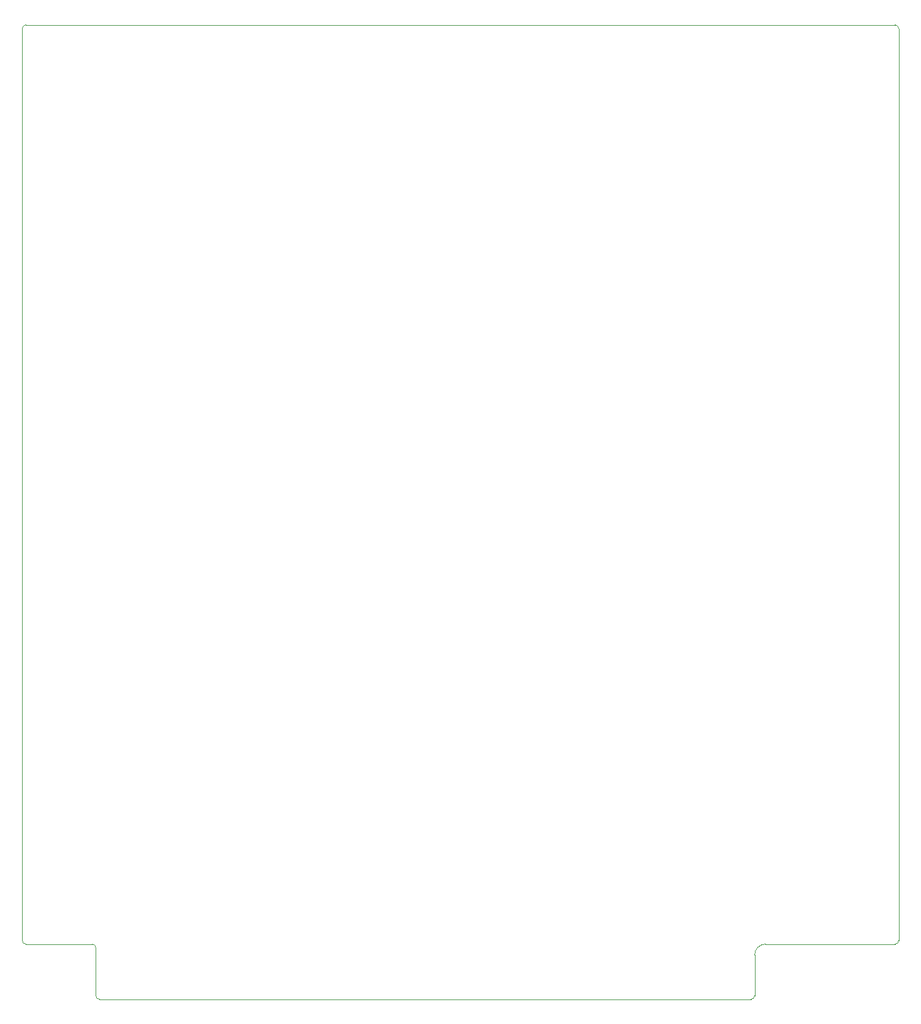
<source format=gbr>
%TF.GenerationSoftware,KiCad,Pcbnew,7.0.9*%
%TF.CreationDate,2023-11-24T09:31:43+01:00*%
%TF.ProjectId,kim-1-RAM-ROM,6b696d2d-312d-4524-914d-2d524f4d2e6b,rev?*%
%TF.SameCoordinates,Original*%
%TF.FileFunction,Profile,NP*%
%FSLAX46Y46*%
G04 Gerber Fmt 4.6, Leading zero omitted, Abs format (unit mm)*
G04 Created by KiCad (PCBNEW 7.0.9) date 2023-11-24 09:31:43*
%MOMM*%
%LPD*%
G01*
G04 APERTURE LIST*
%TA.AperFunction,Profile*%
%ADD10C,0.100000*%
%TD*%
G04 APERTURE END LIST*
D10*
X52260000Y-193780000D02*
X61420000Y-193780000D01*
X51760000Y-67280000D02*
X51760000Y-193280000D01*
X152450000Y-201400000D02*
G75*
G03*
X152950000Y-200900000I0J500000D01*
G01*
X62420000Y-201400000D02*
X152450000Y-201400000D01*
X61920000Y-194280000D02*
X61920000Y-200900000D01*
X152950000Y-200900000D02*
X152950000Y-195280000D01*
X52260000Y-66780000D02*
G75*
G03*
X51760000Y-67280000I0J-500000D01*
G01*
X172850000Y-193280000D02*
X172850000Y-67280000D01*
X172850000Y-67280000D02*
G75*
G03*
X172350000Y-66780000I-500000J0D01*
G01*
X154450000Y-193780000D02*
G75*
G03*
X152950000Y-195280000I0J-1500000D01*
G01*
X172350000Y-66780000D02*
X52260000Y-66780000D01*
X61920000Y-194280000D02*
G75*
G03*
X61420000Y-193780000I-500000J0D01*
G01*
X51760000Y-193280000D02*
G75*
G03*
X52260000Y-193780000I500000J0D01*
G01*
X172350000Y-193780000D02*
G75*
G03*
X172850000Y-193280000I0J500000D01*
G01*
X61920000Y-200900000D02*
G75*
G03*
X62420000Y-201400000I500000J0D01*
G01*
X154450000Y-193780000D02*
X172350000Y-193780000D01*
M02*

</source>
